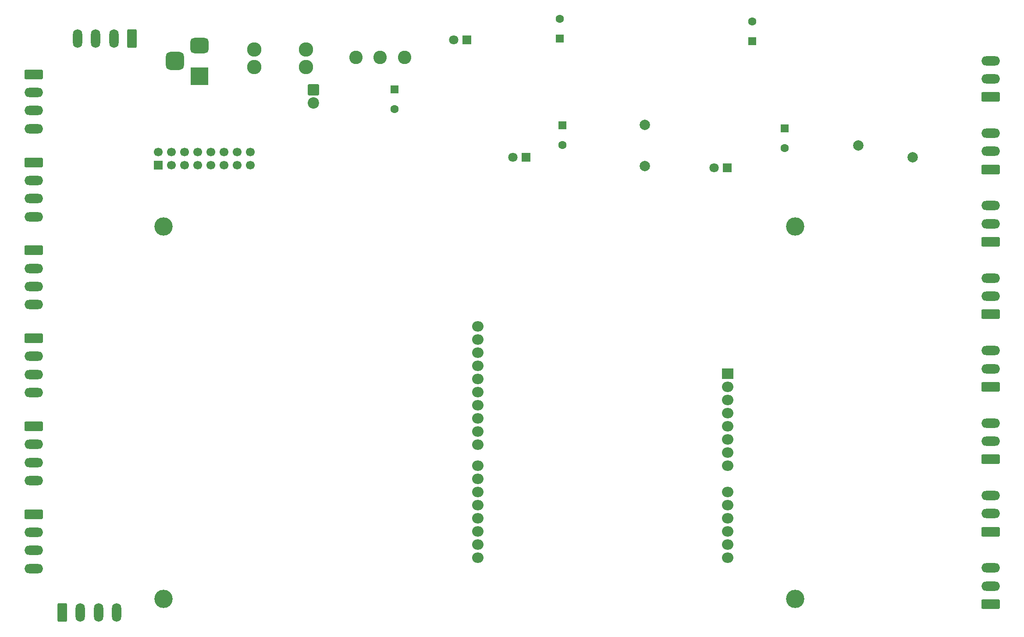
<source format=gbr>
%TF.GenerationSoftware,KiCad,Pcbnew,9.0.6-9.0.6~ubuntu24.04.1*%
%TF.CreationDate,2025-12-03T13:46:22+01:00*%
%TF.ProjectId,HVAC_STM32F7_PCB,48564143-5f53-4544-9d33-3246375f5043,rev?*%
%TF.SameCoordinates,Original*%
%TF.FileFunction,Soldermask,Bot*%
%TF.FilePolarity,Negative*%
%FSLAX46Y46*%
G04 Gerber Fmt 4.6, Leading zero omitted, Abs format (unit mm)*
G04 Created by KiCad (PCBNEW 9.0.6-9.0.6~ubuntu24.04.1) date 2025-12-03 13:46:22*
%MOMM*%
%LPD*%
G01*
G04 APERTURE LIST*
G04 Aperture macros list*
%AMRoundRect*
0 Rectangle with rounded corners*
0 $1 Rounding radius*
0 $2 $3 $4 $5 $6 $7 $8 $9 X,Y pos of 4 corners*
0 Add a 4 corners polygon primitive as box body*
4,1,4,$2,$3,$4,$5,$6,$7,$8,$9,$2,$3,0*
0 Add four circle primitives for the rounded corners*
1,1,$1+$1,$2,$3*
1,1,$1+$1,$4,$5*
1,1,$1+$1,$6,$7*
1,1,$1+$1,$8,$9*
0 Add four rect primitives between the rounded corners*
20,1,$1+$1,$2,$3,$4,$5,0*
20,1,$1+$1,$4,$5,$6,$7,0*
20,1,$1+$1,$6,$7,$8,$9,0*
20,1,$1+$1,$8,$9,$2,$3,0*%
G04 Aperture macros list end*
%ADD10RoundRect,0.250000X-1.550000X0.650000X-1.550000X-0.650000X1.550000X-0.650000X1.550000X0.650000X0*%
%ADD11O,3.600000X1.800000*%
%ADD12C,2.000000*%
%ADD13RoundRect,0.250000X-0.650000X-1.550000X0.650000X-1.550000X0.650000X1.550000X-0.650000X1.550000X0*%
%ADD14O,1.800000X3.600000*%
%ADD15C,2.780000*%
%ADD16RoundRect,0.250000X1.550000X-0.650000X1.550000X0.650000X-1.550000X0.650000X-1.550000X-0.650000X0*%
%ADD17RoundRect,0.250000X0.550000X-0.550000X0.550000X0.550000X-0.550000X0.550000X-0.550000X-0.550000X0*%
%ADD18C,1.600000*%
%ADD19R,1.700000X1.700000*%
%ADD20C,1.700000*%
%ADD21RoundRect,0.249999X-0.850001X0.850001X-0.850001X-0.850001X0.850001X-0.850001X0.850001X0.850001X0*%
%ADD22C,2.200000*%
%ADD23R,2.200000X2.000000*%
%ADD24O,2.200000X2.000000*%
%ADD25C,3.540000*%
%ADD26RoundRect,0.250000X-0.550000X0.550000X-0.550000X-0.550000X0.550000X-0.550000X0.550000X0.550000X0*%
%ADD27C,2.600000*%
%ADD28R,3.500000X3.500000*%
%ADD29RoundRect,0.750000X-1.000000X0.750000X-1.000000X-0.750000X1.000000X-0.750000X1.000000X0.750000X0*%
%ADD30RoundRect,0.875000X-0.875000X0.875000X-0.875000X-0.875000X0.875000X-0.875000X0.875000X0.875000X0*%
%ADD31R,1.800000X1.800000*%
%ADD32C,1.800000*%
%ADD33RoundRect,0.250000X0.650000X1.550000X-0.650000X1.550000X-0.650000X-1.550000X0.650000X-1.550000X0*%
G04 APERTURE END LIST*
D10*
%TO.C,J4*%
X39500000Y-62000000D03*
D11*
X39500000Y-65500000D03*
X39500000Y-69000000D03*
X39500000Y-72500000D03*
%TD*%
D12*
%TO.C,TP1*%
X157500000Y-54750000D03*
%TD*%
D13*
%TO.C,J9*%
X45000000Y-149000000D03*
D14*
X48500000Y-149000000D03*
X52000000Y-149000000D03*
X55500000Y-149000000D03*
%TD*%
D12*
%TO.C,TP3*%
X209250000Y-61000000D03*
%TD*%
D15*
%TO.C,F1*%
X82137500Y-40190000D03*
X82137500Y-43590000D03*
X92057500Y-40190000D03*
X92057500Y-43590000D03*
%TD*%
D16*
%TO.C,J27*%
X224300000Y-133375000D03*
D11*
X224300000Y-129875000D03*
X224300000Y-126375000D03*
%TD*%
D17*
%TO.C,C2*%
X141100000Y-38102651D03*
D18*
X141100000Y-34302651D03*
%TD*%
D10*
%TO.C,J7*%
X39500000Y-113000000D03*
D11*
X39500000Y-116500000D03*
X39500000Y-120000000D03*
X39500000Y-123500000D03*
%TD*%
D12*
%TO.C,TP4*%
X157500000Y-62750000D03*
%TD*%
D10*
%TO.C,J6*%
X39500000Y-96000000D03*
D11*
X39500000Y-99500000D03*
X39500000Y-103000000D03*
X39500000Y-106500000D03*
%TD*%
D19*
%TO.C,J18*%
X63520000Y-62540000D03*
D20*
X63520000Y-60000000D03*
X66060000Y-62540000D03*
X66060000Y-60000000D03*
X68600000Y-62540000D03*
X68600000Y-60000000D03*
X71140000Y-62540000D03*
X71140000Y-60000000D03*
X73680000Y-62540000D03*
X73680000Y-60000000D03*
X76220000Y-62540000D03*
X76220000Y-60000000D03*
X78760000Y-62540000D03*
X78760000Y-60000000D03*
X81300000Y-62540000D03*
X81300000Y-60000000D03*
%TD*%
D21*
%TO.C,D4*%
X93500000Y-47960000D03*
D22*
X93500000Y-50500000D03*
%TD*%
D23*
%TO.C,A1*%
X173550000Y-102815000D03*
D24*
X173550000Y-105355000D03*
X173550000Y-107895000D03*
X173550000Y-110435000D03*
X173550000Y-112975000D03*
X173550000Y-115515000D03*
X173550000Y-118055000D03*
X173550000Y-120595000D03*
X173550000Y-125675000D03*
X173550000Y-128215000D03*
X173550000Y-130755000D03*
X173550000Y-133295000D03*
X173550000Y-135835000D03*
X173550000Y-138375000D03*
X125290000Y-138375000D03*
X125290000Y-135835000D03*
X125290000Y-133295000D03*
X125290000Y-130755000D03*
X125290000Y-128215000D03*
X125290000Y-125675000D03*
X125290000Y-123135000D03*
X125290000Y-120595000D03*
X125290000Y-116535000D03*
X125290000Y-113995000D03*
X125290000Y-111455000D03*
X125290000Y-108915000D03*
X125290000Y-106375000D03*
X125290000Y-103835000D03*
X125290000Y-101295000D03*
X125290000Y-98755000D03*
X125290000Y-96215000D03*
X125290000Y-93675000D03*
D25*
X186550000Y-74375000D03*
X64550000Y-74375000D03*
X186550000Y-146375000D03*
X64550000Y-146375000D03*
%TD*%
D17*
%TO.C,C5*%
X178300000Y-38602651D03*
D18*
X178300000Y-34802651D03*
%TD*%
D16*
%TO.C,J24*%
X224300000Y-91375000D03*
D11*
X224300000Y-87875000D03*
X224300000Y-84375000D03*
%TD*%
D26*
%TO.C,C8*%
X184550000Y-55422349D03*
D18*
X184550000Y-59222349D03*
%TD*%
D10*
%TO.C,J3*%
X39550000Y-45000000D03*
D11*
X39550000Y-48500000D03*
X39550000Y-52000000D03*
X39550000Y-55500000D03*
%TD*%
D27*
%TO.C,SW1*%
X101700000Y-41690000D03*
X106400000Y-41690000D03*
X111100000Y-41690000D03*
%TD*%
D28*
%TO.C,J1*%
X71507500Y-45400000D03*
D29*
X71507500Y-39400000D03*
D30*
X66807500Y-42400000D03*
%TD*%
D26*
%TO.C,C15*%
X109200000Y-47900000D03*
D18*
X109200000Y-51700000D03*
%TD*%
D31*
%TO.C,D7*%
X134600000Y-61050000D03*
D32*
X132060000Y-61050000D03*
%TD*%
D10*
%TO.C,J5*%
X39500000Y-79000000D03*
D11*
X39500000Y-82500000D03*
X39500000Y-86000000D03*
X39500000Y-89500000D03*
%TD*%
D26*
%TO.C,C3*%
X141600000Y-54847349D03*
D18*
X141600000Y-58647349D03*
%TD*%
D33*
%TO.C,J2*%
X58482500Y-38107500D03*
D14*
X54982500Y-38107500D03*
X51482500Y-38107500D03*
X47982500Y-38107500D03*
%TD*%
D16*
%TO.C,J23*%
X224300000Y-77375000D03*
D11*
X224300000Y-73875000D03*
X224300000Y-70375000D03*
%TD*%
D16*
%TO.C,J26*%
X224300000Y-119375000D03*
D11*
X224300000Y-115875000D03*
X224300000Y-112375000D03*
%TD*%
D16*
%TO.C,J25*%
X224300000Y-105375000D03*
D11*
X224300000Y-101875000D03*
X224300000Y-98375000D03*
%TD*%
D16*
%TO.C,J22*%
X224300000Y-63375000D03*
D11*
X224300000Y-59875000D03*
X224300000Y-56375000D03*
%TD*%
D10*
%TO.C,J8*%
X39500000Y-130000000D03*
D11*
X39500000Y-133500000D03*
X39500000Y-137000000D03*
X39500000Y-140500000D03*
%TD*%
D16*
%TO.C,J21*%
X224300000Y-49375000D03*
D11*
X224300000Y-45875000D03*
X224300000Y-42375000D03*
%TD*%
D31*
%TO.C,D6*%
X173450000Y-63025000D03*
D32*
X170910000Y-63025000D03*
%TD*%
D12*
%TO.C,TP2*%
X198750000Y-58750000D03*
%TD*%
D16*
%TO.C,J28*%
X224300000Y-147375000D03*
D11*
X224300000Y-143875000D03*
X224300000Y-140375000D03*
%TD*%
D31*
%TO.C,D5*%
X123200000Y-38300000D03*
D32*
X120660000Y-38300000D03*
%TD*%
M02*

</source>
